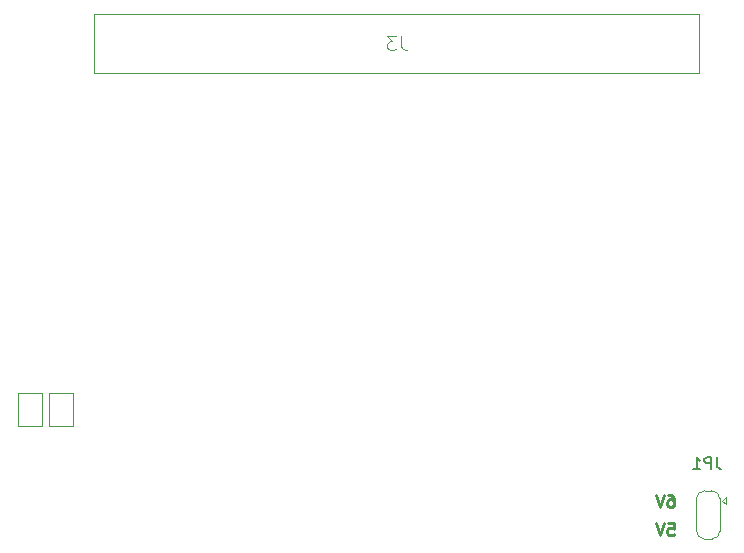
<source format=gbo>
G04 #@! TF.GenerationSoftware,KiCad,Pcbnew,(5.1.2-1)-1*
G04 #@! TF.CreationDate,2019-12-01T18:05:27-08:00*
G04 #@! TF.ProjectId,RaceOn-PiHAT,52616365-4f6e-42d5-9069-4841542e6b69,1*
G04 #@! TF.SameCoordinates,Original*
G04 #@! TF.FileFunction,Legend,Bot*
G04 #@! TF.FilePolarity,Positive*
%FSLAX46Y46*%
G04 Gerber Fmt 4.6, Leading zero omitted, Abs format (unit mm)*
G04 Created by KiCad (PCBNEW (5.1.2-1)-1) date 2019-12-01 18:05:27*
%MOMM*%
%LPD*%
G04 APERTURE LIST*
%ADD10C,0.250000*%
%ADD11C,0.120000*%
%ADD12C,0.150000*%
G04 APERTURE END LIST*
D10*
X172590476Y-106352380D02*
X173066666Y-106352380D01*
X173114285Y-106828571D01*
X173066666Y-106780952D01*
X172971428Y-106733333D01*
X172733333Y-106733333D01*
X172638095Y-106780952D01*
X172590476Y-106828571D01*
X172542857Y-106923809D01*
X172542857Y-107161904D01*
X172590476Y-107257142D01*
X172638095Y-107304761D01*
X172733333Y-107352380D01*
X172971428Y-107352380D01*
X173066666Y-107304761D01*
X173114285Y-107257142D01*
X172257142Y-106352380D02*
X171923809Y-107352380D01*
X171590476Y-106352380D01*
X172638095Y-103952380D02*
X172828571Y-103952380D01*
X172923809Y-104000000D01*
X172971428Y-104047619D01*
X173066666Y-104190476D01*
X173114285Y-104380952D01*
X173114285Y-104761904D01*
X173066666Y-104857142D01*
X173019047Y-104904761D01*
X172923809Y-104952380D01*
X172733333Y-104952380D01*
X172638095Y-104904761D01*
X172590476Y-104857142D01*
X172542857Y-104761904D01*
X172542857Y-104523809D01*
X172590476Y-104428571D01*
X172638095Y-104380952D01*
X172733333Y-104333333D01*
X172923809Y-104333333D01*
X173019047Y-104380952D01*
X173066666Y-104428571D01*
X173114285Y-104523809D01*
X172257142Y-103952380D02*
X171923809Y-104952380D01*
X171590476Y-103952380D01*
D11*
X119600000Y-98100000D02*
X119600000Y-95300000D01*
X119600000Y-95300000D02*
X117600000Y-95300000D01*
X117600000Y-95300000D02*
X117600000Y-98100000D01*
X117600000Y-98100000D02*
X119600000Y-98100000D01*
X122200000Y-98100000D02*
X122200000Y-95300000D01*
X122200000Y-95300000D02*
X120200000Y-95300000D01*
X120200000Y-95300000D02*
X120200000Y-98100000D01*
X120200000Y-98100000D02*
X122200000Y-98100000D01*
X175230000Y-63230000D02*
X124030000Y-63230000D01*
X175230000Y-68230000D02*
X175230000Y-63230000D01*
X124030000Y-68230000D02*
X175230000Y-68230000D01*
X124030000Y-63230000D02*
X124030000Y-68230000D01*
X175700000Y-103588000D02*
G75*
G03X175000000Y-104288000I0J-700000D01*
G01*
X177000000Y-104288000D02*
G75*
G03X176300000Y-103588000I-700000J0D01*
G01*
X176300000Y-107688000D02*
G75*
G03X177000000Y-106988000I0J700000D01*
G01*
X175000000Y-106988000D02*
G75*
G03X175700000Y-107688000I700000J0D01*
G01*
X175000000Y-104238000D02*
X175000000Y-107038000D01*
X175700000Y-107688000D02*
X176300000Y-107688000D01*
X177000000Y-107038000D02*
X177000000Y-104238000D01*
X176300000Y-103588000D02*
X175700000Y-103588000D01*
X177200000Y-104438000D02*
X177500000Y-104138000D01*
X177500000Y-104138000D02*
X177500000Y-104738000D01*
X177200000Y-104438000D02*
X177500000Y-104738000D01*
X150030000Y-65072857D02*
X150030000Y-65930000D01*
X150087142Y-66101428D01*
X150201428Y-66215714D01*
X150372857Y-66272857D01*
X150487142Y-66272857D01*
X149572857Y-65072857D02*
X148830000Y-65072857D01*
X149230000Y-65530000D01*
X149058571Y-65530000D01*
X148944285Y-65587142D01*
X148887142Y-65644285D01*
X148830000Y-65758571D01*
X148830000Y-66044285D01*
X148887142Y-66158571D01*
X148944285Y-66215714D01*
X149058571Y-66272857D01*
X149401428Y-66272857D01*
X149515714Y-66215714D01*
X149572857Y-66158571D01*
D12*
X176733333Y-100752380D02*
X176733333Y-101466666D01*
X176780952Y-101609523D01*
X176876190Y-101704761D01*
X177019047Y-101752380D01*
X177114285Y-101752380D01*
X176257142Y-101752380D02*
X176257142Y-100752380D01*
X175876190Y-100752380D01*
X175780952Y-100800000D01*
X175733333Y-100847619D01*
X175685714Y-100942857D01*
X175685714Y-101085714D01*
X175733333Y-101180952D01*
X175780952Y-101228571D01*
X175876190Y-101276190D01*
X176257142Y-101276190D01*
X174733333Y-101752380D02*
X175304761Y-101752380D01*
X175019047Y-101752380D02*
X175019047Y-100752380D01*
X175114285Y-100895238D01*
X175209523Y-100990476D01*
X175304761Y-101038095D01*
M02*

</source>
